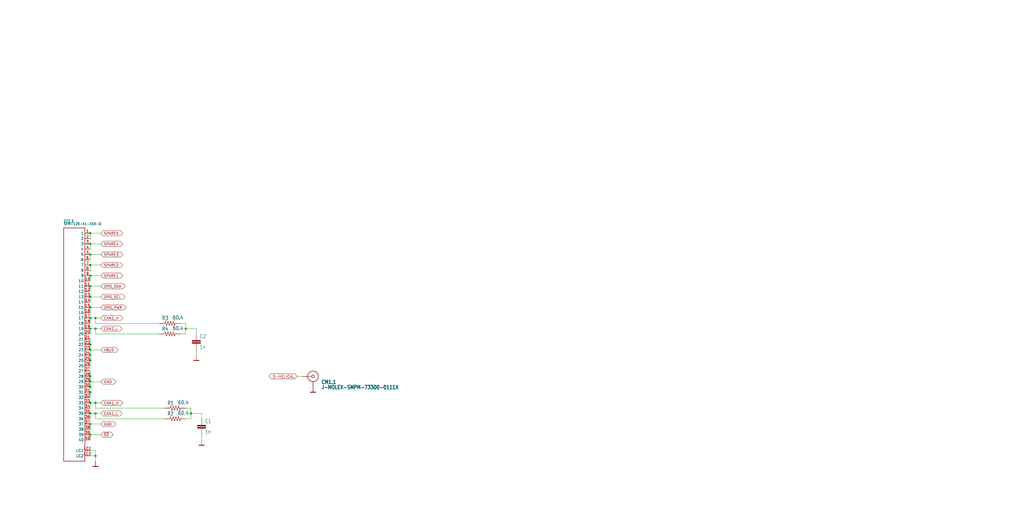
<source format=kicad_sch>
(kicad_sch (version 20211123) (generator eeschema)
  (paper "User" 490.22 254.406)
  (lib_symbols
    (symbol "oresat-backplane-2u-eagle-import:C-EU0603-C-NOSILK"
      (property "Reference" "C" (at 1.524 0.381 0))
      (property "Value" "C-EU0603-C-NOSILK" (at 1.524 -4.699 0))
      (symbol "C-EU0603-C-NOSILK_1_0"
        (rectangle (start -2.032 -2.032) (end 2.032 -1.524) (fill (type outline)))
        (rectangle (start -2.032 -1.016) (end 2.032 -0.508) (fill (type outline)))
        (polyline (pts (xy 0 -2.54) (xy 0 -2.032)) (stroke (width 0.1524)))
        (polyline (pts (xy 0 0) (xy 0 -0.508)) (stroke (width 0.1524)))
        (pin passive line (at 0 2.54 270) (length 2.54) (name "1") (number "1"))
        (pin passive line (at 0 -5.08 90) (length 2.54) (name "2") (number "2"))
      )
    )
    (symbol "oresat-backplane-2u-eagle-import:GND" (power)
      (symbol "GND_1_0"
        (polyline (pts (xy -1.27 -2.54) (xy 1.27 -2.54)) (stroke (width 0.4064)))
        (pin power_in line (at 0 0 270) (length 2.54) (name "GND") (number "1"))
      )
    )
    (symbol "oresat-backplane-2u-eagle-import:R-US_1206-C"
      (property "Reference" "R" (at -3.81 1.4986 0))
      (property "Value" "R-US_1206-C" (at -3.81 -3.302 0))
      (symbol "R-US_1206-C_1_0"
        (polyline (pts (xy -2.54 0) (xy -2.159 1.016)) (stroke (width 0.2032)))
        (polyline (pts (xy -2.159 1.016) (xy -1.524 -1.016)) (stroke (width 0.2032)))
        (polyline (pts (xy -1.524 -1.016) (xy -0.889 1.016)) (stroke (width 0.2032)))
        (polyline (pts (xy -0.889 1.016) (xy -0.254 -1.016)) (stroke (width 0.2032)))
        (polyline (pts (xy -0.254 -1.016) (xy 0.381 1.016)) (stroke (width 0.2032)))
        (polyline (pts (xy 0.381 1.016) (xy 1.016 -1.016)) (stroke (width 0.2032)))
        (polyline (pts (xy 1.016 -1.016) (xy 1.651 1.016)) (stroke (width 0.2032)))
        (polyline (pts (xy 1.651 1.016) (xy 2.286 -1.016)) (stroke (width 0.2032)))
        (polyline (pts (xy 2.286 -1.016) (xy 2.54 0)) (stroke (width 0.2032)))
        (pin passive line (at -5.08 0 0) (length 2.54) (name "1") (number "1"))
        (pin passive line (at 5.08 0 180) (length 2.54) (name "2") (number "2"))
      )
    )
    (symbol "oresat-backplane-2u-eagle-import:SFM-120-X1-XXX-D"
      (property "Reference" "J" (at -2.54 50.8 0))
      (property "Value" "SFM-120-X1-XXX-D" (at -2.54 49.53 0))
      (symbol "SFM-120-X1-XXX-D_1_0"
        (polyline (pts (xy -2.54 -63.5) (xy -2.54 48.26)) (stroke (width 0.254)))
        (polyline (pts (xy -2.54 48.26) (xy 7.62 48.26)) (stroke (width 0.254)))
        (polyline (pts (xy 7.62 -63.5) (xy -2.54 -63.5)) (stroke (width 0.254)))
        (polyline (pts (xy 7.62 48.26) (xy 7.62 -63.5)) (stroke (width 0.254)))
        (pin passive line (at 10.16 45.72 180) (length 2.54) (name "1") (number "1"))
        (pin passive line (at 10.16 22.86 180) (length 2.54) (name "10") (number "10"))
        (pin passive line (at 10.16 20.32 180) (length 2.54) (name "11") (number "11"))
        (pin passive line (at 10.16 17.78 180) (length 2.54) (name "12") (number "12"))
        (pin passive line (at 10.16 15.24 180) (length 2.54) (name "13") (number "13"))
        (pin passive line (at 10.16 12.7 180) (length 2.54) (name "14") (number "14"))
        (pin passive line (at 10.16 10.16 180) (length 2.54) (name "15") (number "15"))
        (pin passive line (at 10.16 7.62 180) (length 2.54) (name "16") (number "16"))
        (pin passive line (at 10.16 5.08 180) (length 2.54) (name "17") (number "17"))
        (pin passive line (at 10.16 2.54 180) (length 2.54) (name "18") (number "18"))
        (pin passive line (at 10.16 0 180) (length 2.54) (name "19") (number "19"))
        (pin passive line (at 10.16 43.18 180) (length 2.54) (name "2") (number "2"))
        (pin passive line (at 10.16 -2.54 180) (length 2.54) (name "20") (number "20"))
        (pin passive line (at 10.16 -5.08 180) (length 2.54) (name "21") (number "21"))
        (pin passive line (at 10.16 -7.62 180) (length 2.54) (name "22") (number "22"))
        (pin passive line (at 10.16 -10.16 180) (length 2.54) (name "23") (number "23"))
        (pin passive line (at 10.16 -12.7 180) (length 2.54) (name "24") (number "24"))
        (pin passive line (at 10.16 -15.24 180) (length 2.54) (name "25") (number "25"))
        (pin passive line (at 10.16 -17.78 180) (length 2.54) (name "26") (number "26"))
        (pin passive line (at 10.16 -20.32 180) (length 2.54) (name "27") (number "27"))
        (pin passive line (at 10.16 -22.86 180) (length 2.54) (name "28") (number "28"))
        (pin passive line (at 10.16 -25.4 180) (length 2.54) (name "29") (number "29"))
        (pin passive line (at 10.16 40.64 180) (length 2.54) (name "3") (number "3"))
        (pin passive line (at 10.16 -27.94 180) (length 2.54) (name "30") (number "30"))
        (pin passive line (at 10.16 -30.48 180) (length 2.54) (name "31") (number "31"))
        (pin passive line (at 10.16 -33.02 180) (length 2.54) (name "32") (number "32"))
        (pin passive line (at 10.16 -35.56 180) (length 2.54) (name "33") (number "33"))
        (pin passive line (at 10.16 -38.1 180) (length 2.54) (name "34") (number "34"))
        (pin passive line (at 10.16 -40.64 180) (length 2.54) (name "35") (number "35"))
        (pin passive line (at 10.16 -43.18 180) (length 2.54) (name "36") (number "36"))
        (pin passive line (at 10.16 -45.72 180) (length 2.54) (name "37") (number "37"))
        (pin passive line (at 10.16 -48.26 180) (length 2.54) (name "38") (number "38"))
        (pin passive line (at 10.16 -50.8 180) (length 2.54) (name "39") (number "39"))
        (pin passive line (at 10.16 38.1 180) (length 2.54) (name "4") (number "4"))
        (pin passive line (at 10.16 -53.34 180) (length 2.54) (name "40") (number "40"))
        (pin passive line (at 10.16 35.56 180) (length 2.54) (name "5") (number "5"))
        (pin passive line (at 10.16 33.02 180) (length 2.54) (name "6") (number "6"))
        (pin passive line (at 10.16 30.48 180) (length 2.54) (name "7") (number "7"))
        (pin passive line (at 10.16 27.94 180) (length 2.54) (name "8") (number "8"))
        (pin passive line (at 10.16 25.4 180) (length 2.54) (name "9") (number "9"))
        (pin passive line (at 10.16 -58.42 180) (length 2.54) (name "LC1") (number "LC1"))
        (pin passive line (at 10.16 -60.96 180) (length 2.54) (name "LC2") (number "LC2"))
      )
    )
    (symbol "oresat-symbols:J-MOLEX-SMPM-73300-0111X_1"
      (property "Reference" "CM2.2" (at 3.81 -3.81 0))
      (property "Value" "J-MOLEX-SMPM-73300-0111X_1" (at 3.81 -6.35 0))
      (symbol "J-MOLEX-SMPM-73300-0111X_1_1_0"
        (polyline (pts (xy -2.54 0) (xy -0.635 0)) (stroke (width 0.1524)))
        (circle (center 0 0) (radius 0.635) (stroke (width 0.254)))
        (circle (center 0 0) (radius 2.54) (stroke (width 0.254)))
        (pin passive line (at 0 -5.08 90) (length 2.54) (name "SHIELD1") (number "GND"))
        (pin passive line (at -5.08 0 0) (length 2.54) (name "RF") (number "RF-DOWN"))
      )
    )
  )
  (junction (at 43.18 111.76))
  (junction (at 43.18 127))
  (junction (at 43.18 116.84))
  (junction (at 43.18 157.48))
  (junction (at 45.72 198.12))
  (junction (at 43.18 172.72))
  (junction (at 43.18 180.34))
  (junction (at 43.18 165.1))
  (junction (at 43.18 208.28))
  (junction (at 43.18 185.42))
  (junction (at 45.72 152.4))
  (junction (at 91.44 198.12))
  (junction (at 43.18 121.92))
  (junction (at 43.18 142.24))
  (junction (at 43.18 132.08))
  (junction (at 43.18 137.16))
  (junction (at 43.18 152.4))
  (junction (at 45.72 157.48))
  (junction (at 43.18 147.32))
  (junction (at 43.18 182.88))
  (junction (at 43.18 187.96))
  (junction (at 43.18 203.2))
  (junction (at 88.9 157.48))
  (junction (at 43.18 167.64))
  (junction (at 43.18 193.04))
  (junction (at 43.18 170.18))
  (junction (at 45.72 193.04))
  (junction (at 43.18 198.12))
  (junction (at 45.72 218.44))
  (wire (pts (xy 45.72 157.48) (xy 43.18 157.48)))
  (wire (pts (xy 88.9 157.48) (xy 93.98 157.48)))
  (wire (pts (xy 45.72 193.04) (xy 43.18 193.04)))
  (wire (pts (xy 45.72 154.94) (xy 76.2 154.94)))
  (wire (pts (xy 45.72 152.4) (xy 43.18 152.4)))
  (wire (pts (xy 48.26 167.64) (xy 43.18 167.64)))
  (wire (pts (xy 43.18 167.64) (xy 43.18 170.18)))
  (wire (pts (xy 48.26 152.4) (xy 45.72 152.4)))
  (wire (pts (xy 48.26 193.04) (xy 45.72 193.04)))
  (wire (pts (xy 91.44 198.12) (xy 91.44 200.66)))
  (wire (pts (xy 43.18 177.8) (xy 43.18 180.34)))
  (wire (pts (xy 86.36 154.94) (xy 88.9 154.94)))
  (wire (pts (xy 48.26 157.48) (xy 45.72 157.48)))
  (wire (pts (xy 78.74 195.58) (xy 45.72 195.58)))
  (wire (pts (xy 43.18 147.32) (xy 43.18 149.86)))
  (wire (pts (xy 144.78 180.34) (xy 142.24 180.34)))
  (wire (pts (xy 43.18 111.76) (xy 43.18 114.3)))
  (wire (pts (xy 48.26 203.2) (xy 43.18 203.2)))
  (wire (pts (xy 43.18 187.96) (xy 43.18 190.5)))
  (wire (pts (xy 88.9 154.94) (xy 88.9 157.48)))
  (wire (pts (xy 45.72 218.44) (xy 45.72 220.98)))
  (wire (pts (xy 43.18 198.12) (xy 43.18 200.66)))
  (wire (pts (xy 78.74 200.66) (xy 45.72 200.66)))
  (wire (pts (xy 43.18 154.94) (xy 43.18 152.4)))
  (wire (pts (xy 48.26 198.12) (xy 45.72 198.12)))
  (wire (pts (xy 43.18 121.92) (xy 48.26 121.92)))
  (wire (pts (xy 43.18 193.04) (xy 43.18 195.58)))
  (wire (pts (xy 43.18 116.84) (xy 48.26 116.84)))
  (wire (pts (xy 43.18 157.48) (xy 43.18 160.02)))
  (wire (pts (xy 93.98 167.64) (xy 93.98 170.18)))
  (wire (pts (xy 91.44 200.66) (xy 88.9 200.66)))
  (wire (pts (xy 91.44 198.12) (xy 96.52 198.12)))
  (wire (pts (xy 48.26 208.28) (xy 43.18 208.28)))
  (wire (pts (xy 48.26 132.08) (xy 43.18 132.08)))
  (wire (pts (xy 43.18 172.72) (xy 43.18 175.26)))
  (wire (pts (xy 45.72 200.66) (xy 45.72 198.12)))
  (wire (pts (xy 43.18 208.28) (xy 43.18 210.82)))
  (wire (pts (xy 43.18 111.76) (xy 48.26 111.76)))
  (wire (pts (xy 43.18 182.88) (xy 43.18 185.42)))
  (wire (pts (xy 43.18 180.34) (xy 43.18 182.88)))
  (wire (pts (xy 93.98 157.48) (xy 93.98 160.02)))
  (wire (pts (xy 43.18 203.2) (xy 43.18 205.74)))
  (wire (pts (xy 91.44 195.58) (xy 91.44 198.12)))
  (wire (pts (xy 43.18 215.9) (xy 45.72 215.9)))
  (wire (pts (xy 96.52 208.28) (xy 96.52 210.82)))
  (wire (pts (xy 88.9 195.58) (xy 91.44 195.58)))
  (wire (pts (xy 48.26 127) (xy 43.18 127)))
  (wire (pts (xy 48.26 147.32) (xy 43.18 147.32)))
  (wire (pts (xy 45.72 195.58) (xy 45.72 193.04)))
  (wire (pts (xy 43.18 162.56) (xy 43.18 165.1)))
  (wire (pts (xy 45.72 160.02) (xy 76.2 160.02)))
  (wire (pts (xy 43.18 142.24) (xy 43.18 144.78)))
  (wire (pts (xy 45.72 198.12) (xy 43.18 198.12)))
  (wire (pts (xy 43.18 142.24) (xy 48.26 142.24)))
  (wire (pts (xy 43.18 127) (xy 43.18 129.54)))
  (wire (pts (xy 43.18 132.08) (xy 43.18 134.62)))
  (wire (pts (xy 88.9 160.02) (xy 86.36 160.02)))
  (wire (pts (xy 45.72 152.4) (xy 45.72 154.94)))
  (wire (pts (xy 88.9 157.48) (xy 88.9 160.02)))
  (wire (pts (xy 43.18 218.44) (xy 45.72 218.44)))
  (wire (pts (xy 43.18 170.18) (xy 43.18 172.72)))
  (wire (pts (xy 48.26 182.88) (xy 43.18 182.88)))
  (wire (pts (xy 48.26 137.16) (xy 43.18 137.16)))
  (wire (pts (xy 43.18 116.84) (xy 43.18 119.38)))
  (wire (pts (xy 45.72 215.9) (xy 45.72 218.44)))
  (wire (pts (xy 45.72 157.48) (xy 45.72 160.02)))
  (wire (pts (xy 96.52 200.66) (xy 96.52 198.12)))
  (wire (pts (xy 43.18 139.7) (xy 43.18 137.16)))
  (wire (pts (xy 43.18 121.92) (xy 43.18 124.46)))
  (wire (pts (xy 43.18 185.42) (xy 43.18 187.96)))
  (wire (pts (xy 43.18 165.1) (xy 43.18 167.64)))
  (global_label "CAN1_H" (shape bidirectional) (at 48.26 193.04 0) (effects (font (size 1.2446 1.2446))) (property "Intersheet References" "${INTERSHEET_REFS}" (effects hide)))
  (global_label "OPD_SCL" (shape bidirectional) (at 48.26 142.24 0) (effects (font (size 1.2446 1.2446))) (property "Intersheet References" "${INTERSHEET_REFS}" (effects hide)))
  (global_label "SPARE2" (shape bidirectional) (at 48.26 127 0) (effects (font (size 1.2446 1.2446))) (property "Intersheet References" "${INTERSHEET_REFS}" (effects hide)))
  (global_label "SPARE3" (shape bidirectional) (at 48.26 121.92 0) (effects (font (size 1.2446 1.2446))) (property "Intersheet References" "${INTERSHEET_REFS}" (effects hide)))
  (global_label "VBUS" (shape bidirectional) (at 48.26 167.64 0) (effects (font (size 1.2446 1.2446))) (property "Intersheet References" "${INTERSHEET_REFS}" (effects hide)))
  (global_label "GND" (shape bidirectional) (at 48.26 203.2 0) (effects (font (size 1.2446 1.2446))) (property "Intersheet References" "${INTERSHEET_REFS}" (effects hide)))
  (global_label "SPARE5" (shape bidirectional) (at 48.26 111.76 0) (effects (font (size 1.2446 1.2446))) (property "Intersheet References" "${INTERSHEET_REFS}" (effects hide)))
  (global_label "OPD_PWR" (shape bidirectional) (at 48.26 147.32 0) (effects (font (size 1.2446 1.2446))) (property "Intersheet References" "${INTERSHEET_REFS}" (effects hide)))
  (global_label "CAN1_L" (shape bidirectional) (at 48.26 198.12 0) (effects (font (size 1.2446 1.2446))) (property "Intersheet References" "${INTERSHEET_REFS}" (effects hide)))
  (global_label "CAN2_L" (shape bidirectional) (at 48.26 157.48 0) (effects (font (size 1.2446 1.2446))) (property "Intersheet References" "${INTERSHEET_REFS}" (effects hide)))
  (global_label "GND" (shape bidirectional) (at 48.26 182.88 0) (effects (font (size 1.2446 1.2446))) (property "Intersheet References" "${INTERSHEET_REFS}" (effects hide)))
  (global_label "~{SD}" (shape bidirectional) (at 48.26 208.28 0) (effects (font (size 1.2446 1.2446))) (property "Intersheet References" "${INTERSHEET_REFS}" (effects hide)))
  (global_label "S-HELICAL" (shape bidirectional) (at 142.24 180.34 180) (effects (font (size 1.2446 1.2446))) (property "Intersheet References" "${INTERSHEET_REFS}" (effects hide)))
  (global_label "OPD_SDA" (shape bidirectional) (at 48.26 137.16 0) (effects (font (size 1.2446 1.2446))) (property "Intersheet References" "${INTERSHEET_REFS}" (effects hide)))
  (global_label "SPARE1" (shape bidirectional) (at 48.26 132.08 0) (effects (font (size 1.2446 1.2446))) (property "Intersheet References" "${INTERSHEET_REFS}" (effects hide)))
  (global_label "SPARE4" (shape bidirectional) (at 48.26 116.84 0) (effects (font (size 1.2446 1.2446))) (property "Intersheet References" "${INTERSHEET_REFS}" (effects hide)))
  (global_label "CAN2_H" (shape bidirectional) (at 48.26 152.4 0) (effects (font (size 1.2446 1.2446))) (property "Intersheet References" "${INTERSHEET_REFS}" (effects hide)))
  (symbol (lib_id "oresat-backplane-2u-eagle-import:R-US_1206-C") (at 81.28 160.02 0) (unit 1)
    (property "Reference" "R4" (at 77.47 158.5214 0) (effects (font (size 1.778 1.5113)) (justify left bottom)))
    (property "Value" "60.4" (at 82.55 158.242 0) (effects (font (size 1.778 1.5113)) (justify left bottom)))
    (property "Footprint" "oresat-backplane-2u:1206-C" (effects hide))
  )
  (symbol (lib_id "oresat-backplane-2u-eagle-import:C-EU0603-C-NOSILK") (at 93.98 162.56 0) (unit 1)
    (property "Reference" "C2" (at 95.504 162.179 0) (effects (font (size 1.778 1.5113)) (justify left bottom)))
    (property "Value" "1n" (at 95.504 167.259 0) (effects (font (size 1.778 1.5113)) (justify left bottom)))
    (property "Footprint" "oresat-backplane-2u:.0603-C-NOSILK" (effects hide))
  )
  (symbol (lib_id "oresat-backplane-2u-eagle-import:SFM-120-X1-XXX-D") (at 33.02 157.48 0) (unit 1)
    (property "Reference" "CF2.3" (at 30.48 106.68 0) (effects (font (size 1.27 1.0795)) (justify left bottom)))
    (property "Value" "SFM-120-X1-XXX-D" (at 30.48 107.95 0) (effects (font (size 1.27 1.0795)) (justify left bottom)))
    (property "Footprint" "oresat-backplane-2u:SFM-120-X1-XXX-D" (effects hide))
  )
  (symbol (lib_id "oresat-backplane-2u-eagle-import:GND") (at 149.86 185.42 0) (unit 1)
    (property "Reference" "#GND014" (effects hide))
    (property "Value" "GND" (effects hide))
    (property "Footprint" "oresat-backplane-2u:" (effects hide))
  )
  (symbol (lib_id "oresat-backplane-2u-eagle-import:R-US_1206-C") (at 83.82 195.58 0) (unit 1)
    (property "Reference" "R1" (at 80.01 194.0814 0) (effects (font (size 1.778 1.5113)) (justify left bottom)))
    (property "Value" "60.4" (at 85.09 193.802 0) (effects (font (size 1.778 1.5113)) (justify left bottom)))
    (property "Footprint" "oresat-backplane-2u:1206-C" (effects hide))
  )
  (symbol (lib_id "oresat-backplane-2u-eagle-import:R-US_1206-C") (at 81.28 154.94 0) (unit 1)
    (property "Reference" "R3" (at 77.47 153.4414 0) (effects (font (size 1.778 1.5113)) (justify left bottom)))
    (property "Value" "60.4" (at 82.55 153.162 0) (effects (font (size 1.778 1.5113)) (justify left bottom)))
    (property "Footprint" "oresat-backplane-2u:1206-C" (effects hide))
  )
  (symbol (lib_id "oresat-backplane-2u-eagle-import:GND") (at 93.98 170.18 0) (unit 1)
    (property "Reference" "#GND015" (effects hide))
    (property "Value" "GND" (effects hide))
    (property "Footprint" "oresat-backplane-2u:" (effects hide))
  )
  (symbol (lib_id "oresat-backplane-2u-eagle-import:R-US_1206-C") (at 83.82 200.66 0) (unit 1)
    (property "Reference" "R2" (at 80.01 199.1614 0) (effects (font (size 1.778 1.5113)) (justify left bottom)))
    (property "Value" "60.4" (at 85.09 198.882 0) (effects (font (size 1.778 1.5113)) (justify left bottom)))
    (property "Footprint" "oresat-backplane-2u:1206-C" (effects hide))
  )
  (symbol (lib_id "oresat-backplane-2u-eagle-import:GND") (at 96.52 210.82 0) (unit 1)
    (property "Reference" "#GND016" (effects hide))
    (property "Value" "GND" (effects hide))
    (property "Footprint" "oresat-backplane-2u:" (effects hide))
  )
  (symbol (lib_id "oresat-backplane-2u-eagle-import:GND") (at 45.72 220.98 0) (unit 1)
    (property "Reference" "#GND090" (effects hide))
    (property "Value" "GND" (effects hide))
    (property "Footprint" "oresat-backplane-2u:" (effects hide))
  )
  (symbol (lib_id "oresat-symbols:J-MOLEX-SMPM-73300-0111X_1") (at 149.86 180.34 0) (unit 1)
    (property "Reference" "CM1.1" (at 153.67 184.15 0) (effects (font (size 1.778 1.5113) bold) (justify left bottom)))
    (property "Value" "J-MOLEX-SMPM-73300-0111X" (at 153.67 186.69 0) (effects (font (size 1.778 1.5113) bold) (justify left bottom)))
    (property "Footprint" "oresat-footprints:J-MOLEX-SMPM-73300-0111X-long" (effects hide))
  )
  (symbol (lib_id "oresat-backplane-2u-eagle-import:C-EU0603-C-NOSILK") (at 96.52 203.2 0) (unit 1)
    (property "Reference" "C1" (at 98.044 202.819 0) (effects (font (size 1.778 1.5113)) (justify left bottom)))
    (property "Value" "1n" (at 98.044 207.899 0) (effects (font (size 1.778 1.5113)) (justify left bottom)))
    (property "Footprint" "oresat-backplane-2u:.0603-C-NOSILK" (effects hide))
  )
)
</source>
